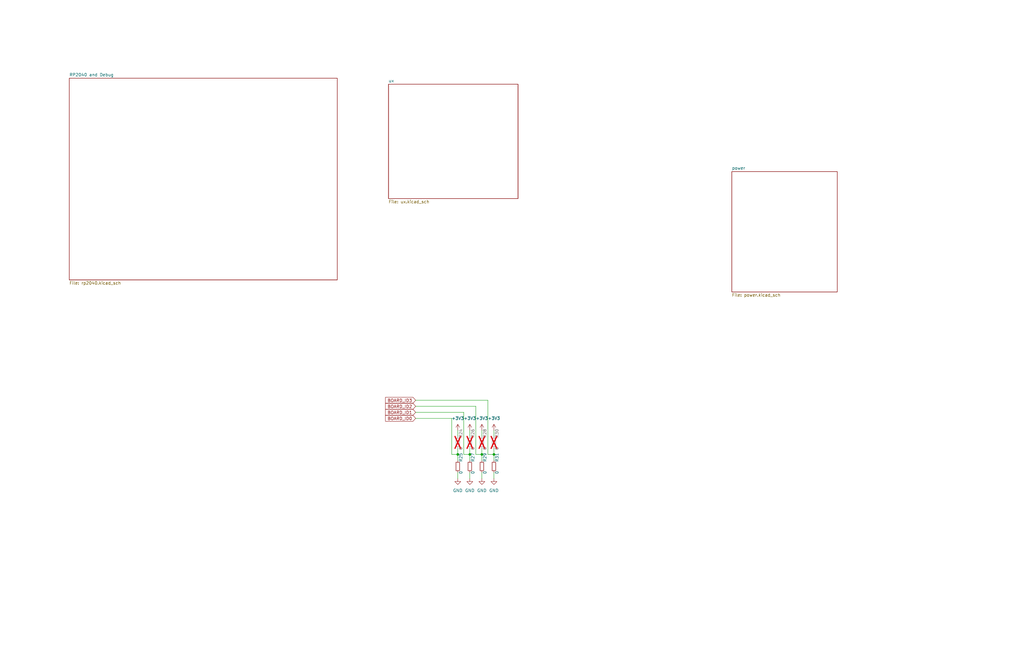
<source format=kicad_sch>
(kicad_sch (version 20230121) (generator eeschema)
  (paper "B")
  (title_block (title "Kudzu") (rev "WIP5"))
  (lib_symbols
    (symbol "Device:R_Small" (pin_numbers hide) (pin_names (offset 0.254) hide)
      (property "Reference" "R" (at 0.762 0.508 0))
      (property "Value" "R_Small" (at 0.762 -1.016 0))
      (symbol "R_Small_0_1"
        (rectangle (start -0.762 1.778) (end 0.762 -1.778) (stroke (width 0.2032)))
      )
      (symbol "R_Small_1_1"
        (pin passive line (at 0 2.54 270) (length 0.762) (name "~") (number "1"))
        (pin passive line (at 0 -2.54 90) (length 0.762) (name "~") (number "2"))
      )
    )
    (symbol "power:+3V3" (power) (pin_names (offset 0))
      (property "Value" "+3V3" (at 0 3.556 0))
      (symbol "+3V3_0_1"
        (polyline (pts (xy -0.762 1.27) (xy 0 2.54)))
        (polyline (pts (xy 0 0) (xy 0 2.54)))
        (polyline (pts (xy 0 2.54) (xy 0.762 1.27)))
      )
      (symbol "+3V3_1_1"
        (pin power_in line (at 0 0 90) (length 0) hide (name "+3V3") (number "1"))
      )
    )
    (symbol "power:GND" (power) (pin_names (offset 0))
      (property "Value" "GND" (at 0 -3.81 0))
      (symbol "GND_0_1"
        (polyline (pts (xy 0 0) (xy 0 -1.27) (xy 1.27 -1.27) (xy 0 -2.54) (xy -1.27 -1.27) (xy 0 -1.27)))
      )
      (symbol "GND_1_1"
        (pin power_in line (at 0 0 270) (length 0) hide (name "GND") (number "1"))
      )
    )
  )
  (junction (at 208.28 191.77))
  (junction (at 193.04 191.77))
  (junction (at 203.2 191.77))
  (junction (at 198.12 191.77))
  (wire (pts (xy 200.66 191.77) (xy 200.66 171.45)))
  (wire (pts (xy 190.5 191.77) (xy 193.04 191.77)))
  (wire (pts (xy 193.04 181.61) (xy 193.04 184.15)))
  (wire (pts (xy 208.28 189.23) (xy 208.28 191.77)))
  (wire (pts (xy 208.28 191.77) (xy 208.28 194.31)))
  (wire (pts (xy 205.74 191.77) (xy 205.74 168.91)))
  (wire (pts (xy 203.2 191.77) (xy 203.2 194.31)))
  (wire (pts (xy 203.2 199.39) (xy 203.2 201.93)))
  (wire (pts (xy 205.74 191.77) (xy 208.28 191.77)))
  (wire (pts (xy 200.66 191.77) (xy 203.2 191.77)))
  (wire (pts (xy 175.26 171.45) (xy 200.66 171.45)))
  (wire (pts (xy 190.5 191.77) (xy 190.5 176.53)))
  (wire (pts (xy 175.26 168.91) (xy 205.74 168.91)))
  (wire (pts (xy 175.26 176.53) (xy 190.5 176.53)))
  (wire (pts (xy 208.28 181.61) (xy 208.28 184.15)))
  (wire (pts (xy 193.04 191.77) (xy 193.04 194.31)))
  (wire (pts (xy 193.04 199.39) (xy 193.04 201.93)))
  (wire (pts (xy 193.04 189.23) (xy 193.04 191.77)))
  (wire (pts (xy 198.12 181.61) (xy 198.12 184.15)))
  (wire (pts (xy 175.26 173.99) (xy 195.58 173.99)))
  (wire (pts (xy 195.58 191.77) (xy 198.12 191.77)))
  (wire (pts (xy 195.58 191.77) (xy 195.58 173.99)))
  (wire (pts (xy 208.28 199.39) (xy 208.28 201.93)))
  (wire (pts (xy 203.2 181.61) (xy 203.2 184.15)))
  (wire (pts (xy 198.12 191.77) (xy 198.12 194.31)))
  (wire (pts (xy 198.12 189.23) (xy 198.12 191.77)))
  (wire (pts (xy 198.12 199.39) (xy 198.12 201.93)))
  (wire (pts (xy 203.2 189.23) (xy 203.2 191.77)))
  (global_label "BOARD_ID2" (shape input) (at 175.26 171.45 180) (property "Intersheetrefs" "${INTERSHEET_REFS}" (effects hide)))
  (global_label "BOARD_ID1" (shape input) (at 175.26 173.99 180) (property "Intersheetrefs" "${INTERSHEET_REFS}" (effects hide)))
  (global_label "BOARD_ID3" (shape input) (at 175.26 168.91 180) (property "Intersheetrefs" "${INTERSHEET_REFS}" (effects hide)))
  (global_label "BOARD_ID0" (shape input) (at 175.26 176.53 180) (property "Intersheetrefs" "${INTERSHEET_REFS}" (effects hide)))
  (symbol (lib_id "Device:R_Small") (at 193.04 196.85 180) (unit 1)
    (property "Reference" "R25" (at 194.31 193.04 90))
    (property "Value" "0" (at 194.31 199.39 90))
  )
  (symbol (lib_id "power:+3V3") (at 198.12 181.61 0) (unit 1)
    (property "Reference" "#PWR086" (effects hide))
    (property "Value" "+3V3" (at 198.12 176.53 0))
  )
  (symbol (lib_id "power:GND") (at 203.2 201.93 0) (unit 1)
    (property "Reference" "#PWR089" (effects hide))
    (property "Value" "GND" (at 203.2 207.01 0))
  )
  (symbol (lib_id "Device:R_Small") (at 198.12 186.69 180) (unit 1) (dnp yes)
    (property "Reference" "R26" (at 199.39 182.88 90))
    (property "Value" "0" (at 199.39 189.23 90))
  )
  (symbol (lib_id "power:GND") (at 193.04 201.93 0) (unit 1)
    (property "Reference" "#PWR085" (effects hide))
    (property "Value" "GND" (at 193.04 207.01 0))
  )
  (symbol (lib_id "power:GND") (at 198.12 201.93 0) (unit 1)
    (property "Reference" "#PWR087" (effects hide))
    (property "Value" "GND" (at 198.12 207.01 0))
  )
  (symbol (lib_id "Device:R_Small") (at 203.2 196.85 180) (unit 1)
    (property "Reference" "R29" (at 204.47 193.04 90))
    (property "Value" "0" (at 204.47 199.39 90))
  )
  (symbol (lib_id "Device:R_Small") (at 208.28 196.85 180) (unit 1)
    (property "Reference" "R31" (at 209.55 193.04 90))
    (property "Value" "0" (at 209.55 199.39 90))
  )
  (symbol (lib_id "power:+3V3") (at 193.04 181.61 0) (unit 1)
    (property "Reference" "#PWR084" (effects hide))
    (property "Value" "+3V3" (at 193.04 176.53 0))
  )
  (symbol (lib_id "power:+3V3") (at 208.28 181.61 0) (unit 1)
    (property "Reference" "#PWR090" (effects hide))
    (property "Value" "+3V3" (at 208.28 176.53 0))
  )
  (symbol (lib_id "Device:R_Small") (at 198.12 196.85 180) (unit 1)
    (property "Reference" "R27" (at 199.39 193.04 90))
    (property "Value" "0" (at 199.39 199.39 90))
  )
  (symbol (lib_id "Device:R_Small") (at 193.04 186.69 180) (unit 1) (dnp yes)
    (property "Reference" "R24" (at 194.31 182.88 90))
    (property "Value" "0" (at 194.31 189.23 90))
  )
  (symbol (lib_id "power:GND") (at 208.28 201.93 0) (unit 1)
    (property "Reference" "#PWR091" (effects hide))
    (property "Value" "GND" (at 208.28 207.01 0))
  )
  (symbol (lib_id "Device:R_Small") (at 208.28 186.69 180) (unit 1) (dnp yes)
    (property "Reference" "R30" (at 209.55 182.88 90))
    (property "Value" "0" (at 209.55 189.23 90))
  )
  (symbol (lib_id "power:+3V3") (at 203.2 181.61 0) (unit 1)
    (property "Reference" "#PWR088" (effects hide))
    (property "Value" "+3V3" (at 203.2 176.53 0))
  )
  (symbol (lib_id "Device:R_Small") (at 203.2 186.69 180) (unit 1) (dnp yes)
    (property "Reference" "R28" (at 204.47 182.88 90))
    (property "Value" "0" (at 204.47 189.23 90))
  )
  (sheet (at 163.83 35.56) (size 54.61 48.26) (stroke (width 0.1524))
    (property "Sheetname" "ux" (at 163.83 34.8484 0) (effects (justify left bottom)))
    (property "Sheetfile" "ux.kicad_sch" (at 163.83 84.4046 0) (effects (justify left top)))
  )
  (sheet (at 29.21 33.02) (size 113.03 85.09) (stroke (width 0.1524))
    (property "Sheetname" "RP2040 and Debug" (at 29.21 32.3084 0) (effects (justify left bottom)))
    (property "Sheetfile" "rp2040.kicad_sch" (at 29.21 118.6946 0) (effects (justify left top)))
  )
  (sheet (at 308.61 72.39) (size 44.45 50.8) (stroke (width 0.1524))
    (property "Sheetname" "power" (at 308.61 71.6784 0) (effects (justify left bottom)))
    (property "Sheetfile" "power.kicad_sch" (at 308.61 123.7746 0) (effects (justify left top)))
  )
)
</source>
